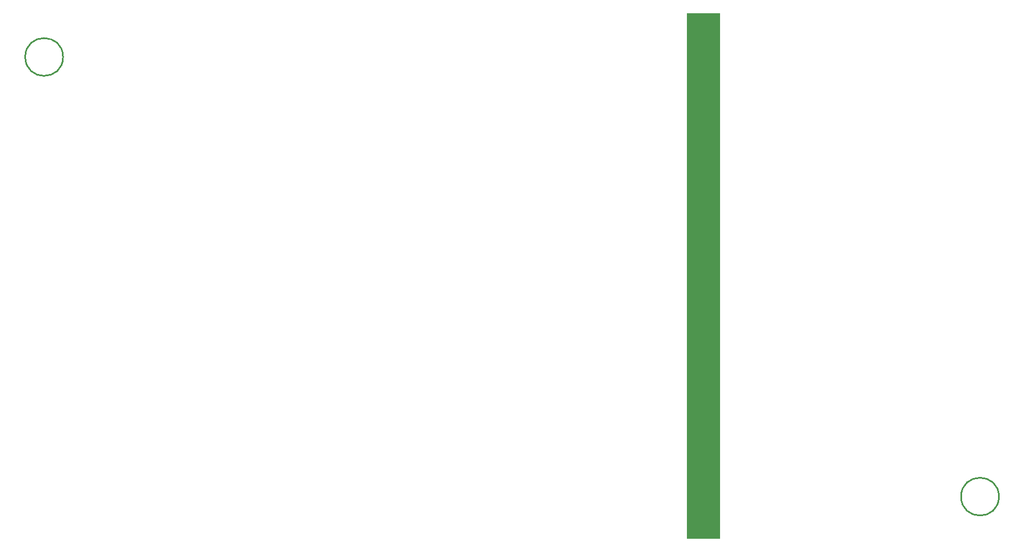
<source format=gbr>
G04*
G04 #@! TF.GenerationSoftware,Altium Limited,Altium Designer,25.5.2 (35)*
G04*
G04 Layer_Color=16711935*
%FSLAX25Y25*%
%MOIN*%
G70*
G04*
G04 #@! TF.SameCoordinates,CCCDE38D-7695-4EB3-ABC8-F25FB468ABE4*
G04*
G04*
G04 #@! TF.FilePolarity,Positive*
G04*
G01*
G75*
%ADD176C,0.01000*%
%ADD214R,0.20500X3.17500*%
D176*
X692917Y117000D02*
G03*
X692917Y117000I-11417J0D01*
G01*
X128417Y382500D02*
G03*
X128417Y382500I-11417J0D01*
G01*
D214*
X514750Y250250D02*
D03*
M02*

</source>
